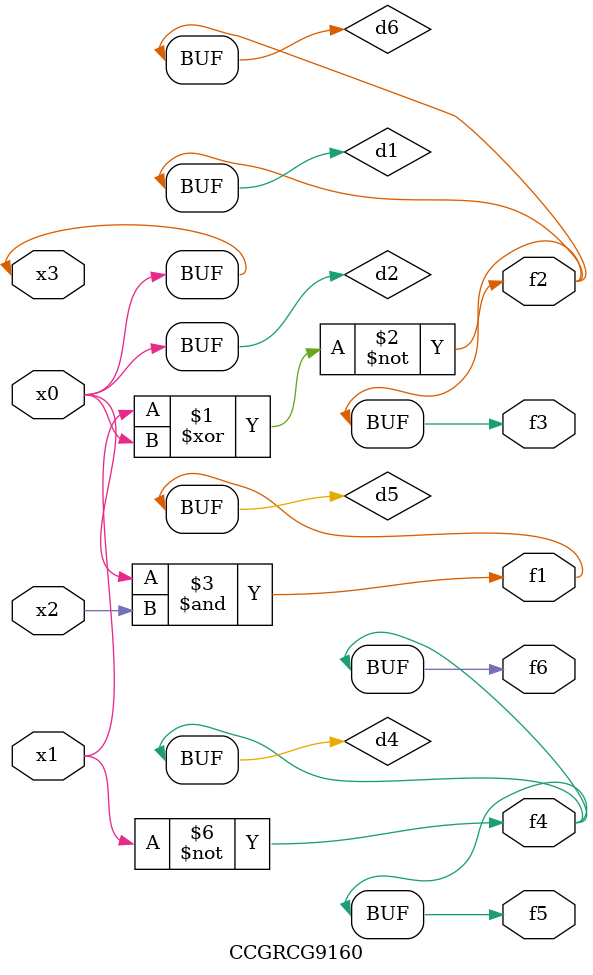
<source format=v>
module CCGRCG9160(
	input x0, x1, x2, x3,
	output f1, f2, f3, f4, f5, f6
);

	wire d1, d2, d3, d4, d5, d6;

	xnor (d1, x1, x3);
	buf (d2, x0, x3);
	nand (d3, x0, x2);
	not (d4, x1);
	nand (d5, d3);
	or (d6, d1);
	assign f1 = d5;
	assign f2 = d6;
	assign f3 = d6;
	assign f4 = d4;
	assign f5 = d4;
	assign f6 = d4;
endmodule

</source>
